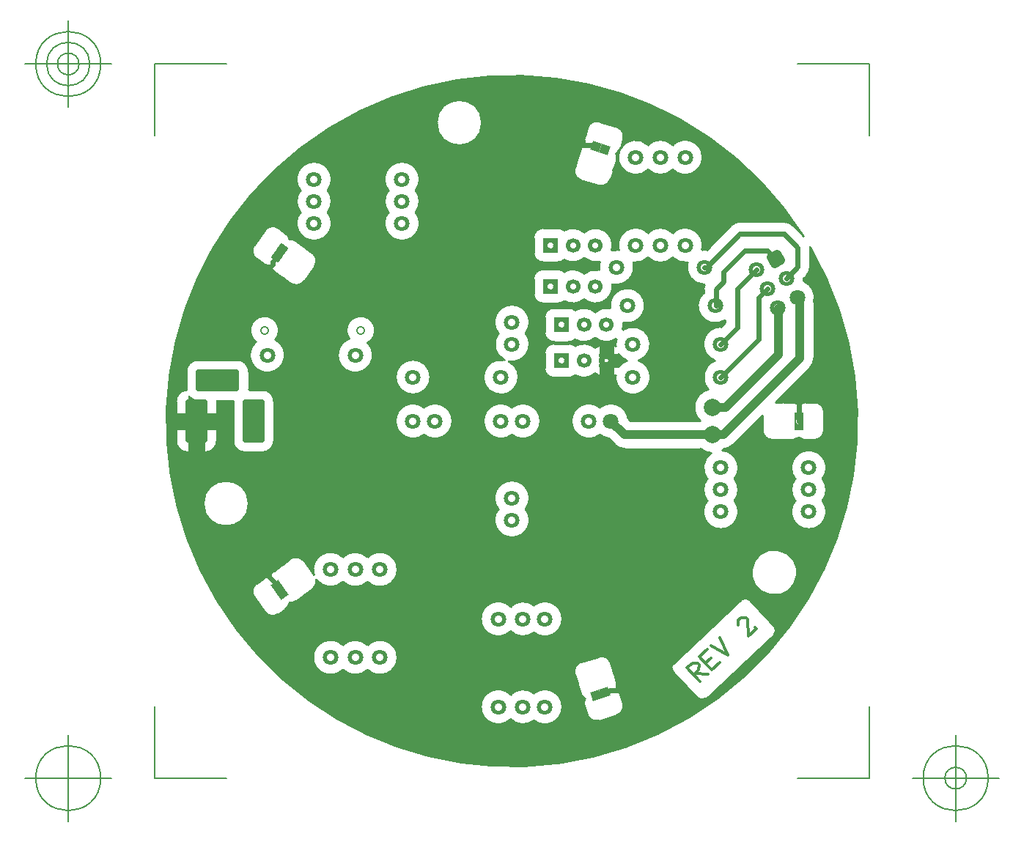
<source format=gbr>
G04 Generated by Ultiboard 14.0 *
%FSLAX46Y46*%
%MOMM*%

%ADD10C,0.000001*%
%ADD11C,0.254000*%
%ADD12C,0.600000*%
%ADD13C,1.000000*%
%ADD14C,0.333333*%
%ADD15C,0.127000*%
%ADD16C,1.800000X0.900000*%
%ADD17P,1.484924X4X62*%
%ADD18P,1.484924X4X80*%
%ADD19R,1.050000X2.100000X0.700000*%
%ADD20P,1.484924X4X27*%
%ADD21P,1.138557X4X74X0.900000*%
%ADD22C,0.994918*%
%ADD23R,1.700000X1.700000X0.700000*%
%ADD24C,1.700000X0.700000*%
%ADD25C,1.055600X0.700000*%
%ADD26C,1.799998X0.900000*%
%ADD27R,2.000000X4.500000*%
%ADD28C,0.500000*%
%ADD29R,4.500000X2.000000*%
%ADD30P,1.484924X4X9*%
%ADD31C,2.000000X0.800000*%


G04 ColorRGB 00FF00 for the following layer *
%LNCopper Top*%
%LPD*%
G54D10*
G36*
X26324758Y23036404D02*
X26324758Y23036404D01*
X31419447Y23036404D01*
G75*
D01*
G02X31556958Y23029848I549J-1433904*
G01*
G74*
D01*
G02X32434929Y22615415I136959J1427347*
G01*
X32434929Y22615415D01*
X33623995Y21426349D01*
G75*
D01*
G03X34452445Y20067150I-33623993J-21426350*
G01*
G74*
D01*
G02X34453904Y20002500I1432444J64668*
G01*
X34453904Y20002500D01*
X34453904Y17819549D01*
G75*
D01*
G02X34032915Y16804619I-1433904J0*
G01*
X34032915Y16804619D01*
X33738418Y16510122D01*
G74*
D01*
G02X33708868Y16166114I2026999J844*
G01*
G75*
D01*
G02X34895212Y13744486I-766027J-1876679*
G01*
X34895212Y13744486D01*
X34895212Y7274340D01*
G75*
D01*
G02X34415293Y6117236I-1634872J0*
G01*
X34415293Y6117236D01*
X34168617Y5870560D01*
X34168616Y5870559D01*
X30480510Y2182453D01*
X31120000Y2182453D01*
G74*
D01*
G02X31230000Y2177097I10J1132453*
G01*
G75*
D01*
G02X31340000Y2182453I110010J-1127096*
G01*
X31340000Y2182453D01*
X32390000Y2182453D01*
G74*
D01*
G02X32500000Y2177097I10J1132453*
G01*
G74*
D01*
G02X32547252Y2180713I110016J1127095*
G01*
X32547252Y2180713D01*
X32547252Y2171481D01*
G74*
D01*
G02X33135000Y1902892I157250J1121481*
G01*
G74*
D01*
G02X33722748Y2171481I744998J852892*
G01*
X33722748Y2171481D01*
X33722748Y2180713D01*
G74*
D01*
G02X33770000Y2177097I62764J1130711*
G01*
G75*
D01*
G02X33880000Y2182453I110010J-1127096*
G01*
X33880000Y2182453D01*
X34930000Y2182453D01*
G75*
D01*
G02X36062453Y1049999I0J-1132453*
G01*
X36062453Y1049999D01*
X36062453Y-1050000D01*
G75*
D01*
G02X34930000Y-2182453I-1132453J0*
G01*
X34930000Y-2182453D01*
X33880000Y-2182453D01*
G75*
D01*
G02X33770000Y-2177097I10J1132453*
G01*
G74*
D01*
G02X33722748Y-2180713I110016J1127095*
G01*
X33722748Y-2180713D01*
X33722748Y-2171481D01*
G74*
D01*
G02X33135000Y-1902892I157250J1121481*
G01*
G74*
D01*
G02X32547252Y-2171481I744998J852892*
G01*
X32547252Y-2171481D01*
X32547252Y-2180713D01*
G74*
D01*
G02X32500000Y-2177097I62764J1130711*
G01*
G74*
D01*
G02X32390000Y-2182453I110010J1127096*
G01*
X32390000Y-2182453D01*
X31340000Y-2182453D01*
G75*
D01*
G02X31230000Y-2177097I10J1132453*
G01*
G74*
D01*
G02X31120000Y-2182453I110010J1127096*
G01*
X31120000Y-2182453D01*
X30070000Y-2182453D01*
G75*
D01*
G02X28937547Y-1049999I0J1132453*
G01*
X28937547Y-1049999D01*
X28937547Y639489D01*
X25555603Y-2742453D01*
G74*
D01*
G02X24970190Y-3119158I1157104J1154952*
G01*
G74*
D01*
G02X24546116Y-3215694I571691J1531658*
G01*
G74*
D01*
G02X24322977Y-3379708I1368618J1628192*
G01*
G75*
D01*
G02X25709818Y-6667500I-192975J-2017791*
G01*
G75*
D01*
G02X25709818Y-9207500I-1579817J-1270000*
G01*
G75*
D01*
G02X22550181Y-9207500I-1579818J-1269998*
G01*
G75*
D01*
G02X22550181Y-6667500I1579818J1270000*
G01*
G75*
D01*
G02X23010176Y-3707908I1579818J1270000*
G01*
G74*
D01*
G02X21816866Y-3222372I167322J2120408*
G01*
X21816866Y-3222372D01*
X13017500Y-3222372D01*
G75*
D01*
G02X13000190Y-3222280I34J1634872*
G01*
G74*
D01*
G02X11861469Y-2743529I17308J1634780*
G01*
X11861469Y-2743529D01*
X11121295Y-2003354D01*
G74*
D01*
G02X10160000Y-1579819I308704J2003354*
G01*
G75*
D01*
G02X10160000Y1579819I-1269999J1579819*
G01*
G75*
D01*
G02X13433355Y308701I1270000J-1579818*
G01*
X13433355Y308701D01*
X13694685Y47372D01*
X21710484Y47372D01*
G75*
D01*
G02X22686428Y3657035I1467016J1540128*
G01*
G75*
D01*
G02X23437396Y6985000I1443573J1422964*
G01*
G75*
D01*
G02X24129151Y10916998I692606J1904999*
G01*
X24129151Y10916998D01*
X24613596Y11401443D01*
X24613596Y11644595D01*
G75*
D01*
G02X22111896Y14816805I-1118594J1690406*
G01*
X22111896Y14816805D01*
X22111896Y15212326D01*
G75*
D01*
G02X22216818Y15753017I1433901J2275*
G01*
G75*
D01*
G02X20268666Y18310552I8181J2026982*
G01*
G75*
D01*
G02X18573750Y18882154I-266167J2009448*
G01*
G75*
D01*
G02X15716250Y18882154I-1428750J1437845*
G01*
G75*
D01*
G02X14021334Y18310552I-1428749J1437846*
G01*
G75*
D01*
G02X11606375Y15805565I-1956333J-530554*
G01*
G75*
D01*
G02X8345000Y14068027I-1961374J-248068*
G01*
G75*
D01*
G02X6040268Y13854842I-1300000J1489473*
G01*
G74*
D01*
G02X5295000Y13575047I745268J852658*
G01*
X5295000Y13575047D01*
X3595000Y13575047D01*
G75*
D01*
G02X2462547Y14707500I0J1132453*
G01*
X2462547Y14707500D01*
X2462547Y16407500D01*
G75*
D01*
G02X3595000Y17539953I1132453J0*
G01*
X3595000Y17539953D01*
X5295000Y17539953D01*
G74*
D01*
G02X6040268Y17260157I1J1132453*
G01*
G75*
D01*
G02X8345000Y17046972I1004732J-1702656*
G01*
G75*
D01*
G02X10058748Y17490720I1300000J-1489471*
G01*
G75*
D01*
G02X10136809Y18405149I2006252J289281*
G01*
G75*
D01*
G02X8345000Y18830527I-491809J1914851*
G01*
G75*
D01*
G02X6040268Y18617342I-1300000J1489473*
G01*
G74*
D01*
G02X5295000Y18337547I745268J852658*
G01*
X5295000Y18337547D01*
X3595000Y18337547D01*
G75*
D01*
G02X2462547Y19470000I0J1132453*
G01*
X2462547Y19470000D01*
X2462547Y21170000D01*
G75*
D01*
G02X3595000Y22302453I1132453J0*
G01*
X3595000Y22302453D01*
X5295000Y22302453D01*
G74*
D01*
G02X6040268Y22022657I1J1132453*
G01*
G75*
D01*
G02X8345000Y21809472I1004732J-1702656*
G01*
G75*
D01*
G02X11533826Y19736165I1300001J-1489471*
G01*
G75*
D01*
G02X12331166Y19789448I531173J-1956165*
G01*
G75*
D01*
G02X15716250Y21757845I1956333J530553*
G01*
G75*
D01*
G02X18573750Y21757845I1428750J-1437844*
G01*
G75*
D01*
G02X21958833Y19789447I1428752J-1437842*
G01*
G75*
D01*
G02X22484703Y19790293I266168J-2009447*
G01*
X22484703Y19790293D01*
X25310833Y22616422D01*
G74*
D01*
G02X25885488Y22967462I1013923J1013922*
G01*
G75*
D01*
G02X26324758Y23036404I439271J-1364961*
G01*
D02*
G37*
%LPC*%
G36*
X-18810378Y9517507D02*
G75*
D01*
G03X-16648065Y9036993I712879J-1897506*
G01*
G75*
D01*
G03X-18810378Y9517507I-814434J1440507*
G01*
D02*
G37*
G36*
X-9563522Y5870560D02*
G75*
D01*
G03X-9563522Y5870560I-1866478J-790560*
G01*
D02*
G37*
G36*
X-897356Y7072452D02*
G75*
D01*
G03X-372643Y6897547I-372645J-1992451*
G01*
G75*
D01*
G03X1579819Y10160000I372643J1992452*
G01*
G75*
D01*
G03X-1579819Y10160000I-1579819J1269999*
G01*
G75*
D01*
G03X-897356Y7072452I1579818J-1270000*
G01*
D02*
G37*
G36*
X6565000Y8967453D02*
X6565000Y8967453D01*
X4865000Y8967453D01*
G75*
D01*
G03X3732547Y7835000I0J-1132453*
G01*
X3732547Y7835000D01*
X3732547Y6135000D01*
G75*
D01*
G03X4865000Y5002547I1132453J0*
G01*
X4865000Y5002547D01*
X6565000Y5002547D01*
G74*
D01*
G03X7310268Y5282342I0J1132453*
G01*
G75*
D01*
G03X9615000Y5495527I1004732J1702658*
G01*
G74*
D01*
G03X10213938Y5136475I1300001J1489471*
G01*
X10213938Y5136475D01*
X10213938Y6283938D01*
X10163524Y6283938D01*
G75*
D01*
G03X10163524Y7686062I-1848523J701062*
G01*
X10163524Y7686062D01*
X10213938Y7686062D01*
X10213938Y8833524D01*
G74*
D01*
G03X9615000Y8474472I701063J1848523*
G01*
G75*
D01*
G03X7310268Y8687657I-1300000J-1489471*
G01*
G74*
D01*
G03X6565000Y8967453I745269J852656*
G01*
D02*
G37*
G36*
X6565000Y13094953D02*
X6565000Y13094953D01*
X4865000Y13094953D01*
G75*
D01*
G03X3732547Y11962500I0J-1132453*
G01*
X3732547Y11962500D01*
X3732547Y10262500D01*
G75*
D01*
G03X4865000Y9130047I1132453J0*
G01*
X4865000Y9130047D01*
X6565000Y9130047D01*
G74*
D01*
G03X7310268Y9409842I0J1132453*
G01*
G75*
D01*
G03X9615000Y9623027I1004732J1702658*
G01*
G75*
D01*
G03X12030937Y9480565I1299999J1489473*
G01*
G75*
D01*
G03X11955404Y8666097I1939063J-590563*
G01*
G74*
D01*
G03X11616062Y8833524I1040405J1681096*
G01*
X11616062Y8833524D01*
X11616062Y7686062D01*
X12339275Y7686062D01*
G74*
D01*
G03X13277393Y6985000I1630724J1203938*
G01*
G74*
D01*
G03X12339275Y6283938I692606J1905000*
G01*
X12339275Y6283938D01*
X11616062Y6283938D01*
X11616062Y5136475D01*
G74*
D01*
G03X11955404Y5303902I701064J1848523*
G01*
G75*
D01*
G03X14662606Y6985000I2014596J-223902*
G01*
G75*
D01*
G03X12811209Y10553109I-692611J1904997*
G01*
G75*
D01*
G03X12876375Y11360565I-1896208J559392*
G01*
G75*
D01*
G03X11328748Y13045720I458625J1974435*
G01*
G75*
D01*
G03X9615000Y12601972I-413748J-1933219*
G01*
G75*
D01*
G03X7310268Y12815157I-1300000J-1489471*
G01*
G74*
D01*
G03X6565000Y13094953I745269J852656*
G01*
D02*
G37*
G36*
X-11120181Y26670000D02*
G75*
D01*
G03X-14279818Y26670000I-1579819J1269999*
G01*
G75*
D01*
G03X-14279818Y24130000I1579817J-1270000*
G01*
G75*
D01*
G03X-11120181Y24130000I1579818J-1269998*
G01*
G75*
D01*
G03X-11120181Y26670000I-1579818J1270000*
G01*
D02*
G37*
G36*
X11760229Y29131697D02*
X11760229Y29131697D01*
X12000300Y29870559D01*
X12000300Y29870560D01*
X12084697Y30130306D01*
G75*
D01*
G03X12049036Y30925232I-1077027J349947*
G01*
G74*
D01*
G03X12444098Y31322970I580932J972095*
G01*
G75*
D01*
G03X15716250Y29042153I1843401J-842971*
G01*
G75*
D01*
G03X18573750Y29042153I1428750J1437846*
G01*
G75*
D01*
G03X18573750Y31917846I1428750J1437847*
G01*
G75*
D01*
G03X15716250Y31917846I-1428750J-1437845*
G01*
G75*
D01*
G03X12511290Y31456631I-1428751J-1437844*
G01*
G74*
D01*
G03X12545131Y31547381I1043187J440693*
G01*
X12545131Y31547381D01*
X12869599Y32545990D01*
G75*
D01*
G03X12142518Y33972964I-1077027J349947*
G01*
X12142518Y33972964D01*
X10145299Y34621899D01*
G75*
D01*
G03X8718326Y33894818I-349947J-1077026*
G01*
X8718326Y33894818D01*
X8393858Y32896209D01*
G75*
D01*
G03X8429519Y32101283I1077027J-349947*
G01*
G74*
D01*
G03X7933424Y31479134I580932J972094*
G01*
X7933424Y31479134D01*
X7608956Y30480525D01*
G74*
D01*
G03X7580057Y30374254I1077027J349948*
G01*
G74*
D01*
G03X7540973Y30271292I1037946J452900*
G01*
X7540973Y30271292D01*
X7410767Y29870560D01*
X7410767Y29870559D01*
X7216505Y29272683D01*
G75*
D01*
G03X7943586Y27845709I1077027J-349947*
G01*
X7943586Y27845709D01*
X9940805Y27196774D01*
G75*
D01*
G03X11367778Y27923855I349947J1077026*
G01*
X11367778Y27923855D01*
X11692246Y28922464D01*
G74*
D01*
G03X11721145Y29028735I1077027J349948*
G01*
G74*
D01*
G03X11760229Y29131697I1037946J452900*
G01*
D02*
G37*
G36*
X-21280180Y26670000D02*
G75*
D01*
G03X-24439819Y26670000I-1579820J1270000*
G01*
G75*
D01*
G03X-24439819Y24130000I1579818J-1270000*
G01*
G75*
D01*
G03X-21280180Y24130000I1579819J-1269998*
G01*
G75*
D01*
G03X-21280180Y26670000I-1579819J1270000*
G01*
D02*
G37*
G36*
X22448090Y-32023531D02*
X22448090Y-32023531D01*
X29870559Y-25101967D01*
X29870560Y-25101967D01*
X30268848Y-24730557D01*
G75*
D01*
G03X30305712Y-23674927I-509383J546247*
G01*
X30305712Y-23674927D01*
X29870560Y-23208284D01*
X29870559Y-23208283D01*
X27513926Y-20681103D01*
G75*
D01*
G03X26458296Y-20644240I-546246J-509383*
G01*
X26458296Y-20644240D01*
X18637538Y-27937214D01*
G75*
D01*
G03X18600675Y-28992844I509383J-546246*
G01*
X18600675Y-28992844D01*
X21392460Y-31986668D01*
G75*
D01*
G03X22448090Y-32023531I546246J509383*
G01*
D02*
G37*
G36*
X29870560Y-20089834D02*
G75*
D01*
G03X29870560Y-20089834I440329J2589833*
G01*
D02*
G37*
G36*
X-27925268Y-17936792D02*
G75*
D01*
G03X-28692308Y-18148522I-101402J-1127903*
G01*
X-28692308Y-18148522D01*
X-29541776Y-18765697D01*
G75*
D01*
G03X-29792311Y-20347509I665639J-916174*
G01*
X-29792311Y-20347509D01*
X-28557962Y-22046446D01*
G75*
D01*
G03X-26976149Y-22296981I916174J665639*
G01*
X-26976149Y-22296981D01*
X-26126681Y-21679806D01*
G74*
D01*
G03X-25688285Y-21015737I665639J916174*
G01*
G75*
D01*
G03X-24921245Y-20804007I101402J1127903*
G01*
X-24921245Y-20804007D01*
X-24071777Y-20186832D01*
G74*
D01*
G03X-23985933Y-20117844I665636J916176*
G01*
G74*
D01*
G03X-23893793Y-20057520I573496J976499*
G01*
X-23893793Y-20057520D01*
X-23044325Y-19440345D01*
G75*
D01*
G03X-22592676Y-18339461I-665639J916174*
G01*
G75*
D01*
G03X-19526249Y-18582844I1637677J1194459*
G01*
G75*
D01*
G03X-16668750Y-18582844I1428749J1437844*
G01*
G75*
D01*
G03X-16668749Y-15707154I1428749J1437845*
G01*
G75*
D01*
G03X-19526250Y-15707154I-1428751J-1437845*
G01*
G75*
D01*
G03X-22901635Y-17710097I-1428749J-1437846*
G01*
X-22901635Y-17710097D01*
X-24028139Y-16159596D01*
G75*
D01*
G03X-25609952Y-15909061I-916174J-665639*
G01*
X-25609952Y-15909061D01*
X-26459420Y-16526236D01*
G74*
D01*
G03X-26545264Y-16595224I665636J916176*
G01*
G74*
D01*
G03X-26637404Y-16655548I573496J976499*
G01*
X-26637404Y-16655548D01*
X-27486872Y-17272723D01*
G74*
D01*
G03X-27925268Y-17936792I665639J916174*
G01*
D02*
G37*
G36*
X-16668750Y-25867153D02*
G75*
D01*
G03X-19526250Y-25867153I-1428750J-1437846*
G01*
G75*
D01*
G03X-19526250Y-28742846I-1428750J-1437847*
G01*
G75*
D01*
G03X-16668750Y-28742846I1428750J1437845*
G01*
G75*
D01*
G03X-16668750Y-25867153I1428749J1437846*
G01*
D02*
G37*
G36*
X-29575865Y9159687D02*
G75*
D01*
G03X-27309269Y9411531I1318366J-1539686*
G01*
G75*
D01*
G03X-29575865Y9159687I-1265730J1065969*
G01*
D02*
G37*
G36*
X-30361338Y5700000D02*
G74*
D01*
G03X-31745000Y7083662I1383662J0*
G01*
X-31745000Y7083662D01*
X-36245000Y7083662D01*
G75*
D01*
G03X-37628662Y5700000I0J-1383662*
G01*
X-37628662Y5700000D01*
X-37628662Y3700000D01*
G75*
D01*
G03X-37626445Y3621713I1383662J9*
G01*
G74*
D01*
G03X-38828662Y2250000I181444J1371713*
G01*
X-38828662Y2250000D01*
X-38828662Y845270D01*
X-37290270Y845270D01*
X-37290270Y2793395D01*
G75*
D01*
G03X-36245000Y2316338I1045269J906605*
G01*
X-36245000Y2316338D01*
X-35599730Y2316338D01*
X-35599730Y845270D01*
X-34061338Y845270D01*
X-34061338Y2249999D01*
G75*
D01*
G03X-34062929Y2316338I-1383662J4*
G01*
X-34062929Y2316338D01*
X-32227070Y2316338D01*
G74*
D01*
G03X-32228662Y2250000I1382069J66355*
G01*
X-32228662Y2250000D01*
X-32228662Y-2249999D01*
G75*
D01*
G03X-30845000Y-3633662I1383662J-1*
G01*
X-30845000Y-3633662D01*
X-28845000Y-3633662D01*
G75*
D01*
G03X-27461338Y-2250000I0J1383662*
G01*
X-27461338Y-2250000D01*
X-27461338Y2249999D01*
G75*
D01*
G03X-28845000Y3633662I-1383662J1*
G01*
X-28845000Y3633662D01*
X-30362929Y3633662D01*
G75*
D01*
G03X-30361338Y3700000I-1382071J66335*
G01*
X-30361338Y3700000D01*
X-30361338Y5700000D01*
D02*
G37*
G36*
X10565000Y6985000D02*
G75*
D01*
G03X10565000Y6985000I350000J0*
G01*
D02*
G37*
G36*
X-8704686Y34468272D02*
G75*
D01*
G03X-8704686Y34468272I2627000J0*
G01*
D02*
G37*
G36*
X32710180Y-6667500D02*
G75*
D01*
G03X32710180Y-9207500I1579819J-1270000*
G01*
G75*
D01*
G03X35869819Y-9207500I1579820J-1270000*
G01*
G75*
D01*
G03X35869819Y-6667500I-1579818J1270000*
G01*
G75*
D01*
G03X32710180Y-6667500I-1579819J1269998*
G01*
D02*
G37*
G36*
X-25688286Y21015737D02*
G74*
D01*
G03X-26126682Y21679806I1104035J252105*
G01*
X-26126682Y21679806D01*
X-26976150Y22296981D01*
G75*
D01*
G03X-28557963Y22046446I-665639J-916174*
G01*
X-28557963Y22046446D01*
X-29792312Y20347509D01*
G75*
D01*
G03X-29541777Y18765697I916173J-665639*
G01*
X-29541777Y18765697D01*
X-28692309Y18148522D01*
G75*
D01*
G03X-27925269Y17936792I665639J916174*
G01*
G74*
D01*
G03X-27486873Y17272723I1104035J252105*
G01*
X-27486873Y17272723D01*
X-26637405Y16655548D01*
G74*
D01*
G03X-26545265Y16595224I665637J916176*
G01*
G74*
D01*
G03X-26459421Y16526236I751480J847188*
G01*
X-26459421Y16526236D01*
X-25609953Y15909061D01*
G75*
D01*
G03X-24028140Y16159596I665639J916174*
G01*
X-24028140Y16159596D01*
X-22793791Y17858533D01*
G75*
D01*
G03X-23044326Y19440345I-916173J665639*
G01*
X-23044326Y19440345D01*
X-23893794Y20057520D01*
G74*
D01*
G03X-23985934Y20117844I665637J916176*
G01*
G74*
D01*
G03X-24071778Y20186832I751480J847188*
G01*
X-24071778Y20186832D01*
X-24921246Y20804007D01*
G75*
D01*
G03X-25688286Y21015737I-665639J-916174*
G01*
D02*
G37*
G36*
X11753709Y-29058308D02*
G74*
D01*
G03X11726669Y-28951549I1110009J224340*
G01*
X11726669Y-28951549D01*
X11419679Y-27947429D01*
G75*
D01*
G03X10005611Y-27195556I-1082970J-331097*
G01*
X10005611Y-27195556D01*
X7997371Y-27809537D01*
G75*
D01*
G03X7245498Y-29223604I331096J-1082969*
G01*
X7245498Y-29223604D01*
X7552488Y-30227724D01*
G74*
D01*
G03X7589770Y-30331352I1082970J331097*
G01*
G74*
D01*
G03X7616810Y-30438111I1110009J224340*
G01*
X7616810Y-30438111D01*
X7923800Y-31442231D01*
G74*
D01*
G03X8408963Y-32072942I1082970J331098*
G01*
G75*
D01*
G03X8359434Y-32867125I1033440J-463086*
G01*
X8359434Y-32867125D01*
X8666424Y-33871245D01*
G75*
D01*
G03X10080492Y-34623118I1082970J331097*
G01*
X10080492Y-34623118D01*
X12088732Y-34009137D01*
G75*
D01*
G03X12840605Y-32595070I-331096J1082969*
G01*
X12840605Y-32595070D01*
X12533615Y-31590950D01*
G74*
D01*
G03X12048452Y-30960239I1082970J331098*
G01*
G75*
D01*
G03X12097981Y-30166056I-1033440J463086*
G01*
X12097981Y-30166056D01*
X11790991Y-29161936D01*
G74*
D01*
G03X11753709Y-29058308I1082970J331097*
G01*
D02*
G37*
G36*
X-35647000Y-9525000D02*
G75*
D01*
G03X-35647000Y-9525000I2627000J0*
G01*
D02*
G37*
G36*
X-38828662Y-2249999D02*
G75*
D01*
G03X-37445000Y-3633662I1383662J-1*
G01*
X-37445000Y-3633662D01*
X-37290270Y-3633662D01*
X-37290270Y-845270D01*
X-38828662Y-845270D01*
X-38828662Y-2249999D01*
D02*
G37*
G36*
X-35445000Y-3633662D02*
G75*
D01*
G03X-34061338Y-2250000I0J1383662*
G01*
X-34061338Y-2250000D01*
X-34061338Y-845270D01*
X-35599730Y-845270D01*
X-35599730Y-3633662D01*
X-35445000Y-3633662D01*
D02*
G37*
G36*
X-36195000Y1501209D02*
X-36195000Y1501209D01*
X-36695000Y1501209D01*
G75*
D01*
G03X-36946209Y1250000I0J-251209*
G01*
X-36946209Y1250000D01*
X-36946209Y-1250000D01*
G75*
D01*
G03X-36695000Y-1501209I251209J0*
G01*
X-36695000Y-1501209D01*
X-36195000Y-1501209D01*
G75*
D01*
G03X-35943791Y-1250000I0J251209*
G01*
X-35943791Y-1250000D01*
X-35943791Y1250000D01*
G74*
D01*
G03X-36195000Y1501209I251209J0*
G01*
D02*
G37*
G36*
X2540000Y-31440180D02*
G75*
D01*
G03X-158750Y-31582153I-1270000J-1579819*
G01*
G75*
D01*
G03X-158750Y-34457846I-1428750J-1437847*
G01*
G75*
D01*
G03X2540000Y-34599819I1428750J1437845*
G01*
G75*
D01*
G03X2540000Y-31440180I1269998J1579819*
G01*
D02*
G37*
G36*
X2540000Y-21280181D02*
G75*
D01*
G03X-158750Y-21422154I-1270000J-1579818*
G01*
G75*
D01*
G03X-158750Y-24297845I-1428750J-1437846*
G01*
G75*
D01*
G03X2540000Y-24439818I1428750J1437844*
G01*
G75*
D01*
G03X2540000Y-21280181I1269998J1579818*
G01*
D02*
G37*
G36*
X-1579819Y-10160000D02*
G75*
D01*
G03X1579819Y-10160000I1579819J-1269999*
G01*
G75*
D01*
G03X-1579819Y-10160000I-1579819J1269999*
G01*
D02*
G37*
G36*
X-10160000Y1579819D02*
G75*
D01*
G03X-10160000Y-1579819I-1269999J-1579819*
G01*
G75*
D01*
G03X-10160000Y1579819I1269999J1579819*
G01*
D02*
G37*
G36*
X0Y1579819D02*
G75*
D01*
G03X0Y-1579819I-1269999J-1579819*
G01*
G75*
D01*
G03X0Y1579819I1269999J1579819*
G01*
D02*
G37*
%LPD*%
G54D11*
X-18810378Y9517507D02*
G75*
D01*
G03X-16648065Y9036993I712879J-1897506*
G01*
G75*
D01*
G03X-18810378Y9517507I-814434J1440507*
G01*
X-9563522Y5870560D02*
G75*
D01*
G03X-9563522Y5870560I-1866478J-790560*
G01*
X-897356Y7072452D02*
G75*
D01*
G03X-372643Y6897547I-372645J-1992451*
G01*
G75*
D01*
G03X1579819Y10160000I372643J1992452*
G01*
G75*
D01*
G03X-1579819Y10160000I-1579819J1269999*
G01*
G75*
D01*
G03X-897356Y7072452I1579818J-1270000*
G01*
X6565000Y8967453D02*
X4865000Y8967453D01*
G75*
D01*
G03X3732547Y7835000I0J-1132453*
G01*
X3732547Y6135000D01*
G75*
D01*
G03X4865000Y5002547I1132453J0*
G01*
X6565000Y5002547D01*
G74*
D01*
G03X7310268Y5282342I0J1132453*
G01*
G75*
D01*
G03X9615000Y5495527I1004732J1702658*
G01*
G74*
D01*
G03X10213938Y5136475I1300001J1489471*
G01*
X10213938Y6283938D01*
X10163524Y6283938D01*
G75*
D01*
G03X10163524Y7686062I-1848523J701062*
G01*
X10213938Y7686062D01*
X10213938Y8833524D01*
G74*
D01*
G03X9615000Y8474472I701063J1848523*
G01*
G75*
D01*
G03X7310268Y8687657I-1300000J-1489471*
G01*
G74*
D01*
G03X6565000Y8967453I745269J852656*
G01*
X6565000Y13094953D02*
X4865000Y13094953D01*
G75*
D01*
G03X3732547Y11962500I0J-1132453*
G01*
X3732547Y10262500D01*
G75*
D01*
G03X4865000Y9130047I1132453J0*
G01*
X6565000Y9130047D01*
G74*
D01*
G03X7310268Y9409842I0J1132453*
G01*
G75*
D01*
G03X9615000Y9623027I1004732J1702658*
G01*
G75*
D01*
G03X12030937Y9480565I1299999J1489473*
G01*
G75*
D01*
G03X11955404Y8666097I1939063J-590563*
G01*
G74*
D01*
G03X11616062Y8833524I1040405J1681096*
G01*
X11616062Y7686062D01*
X12339275Y7686062D01*
G74*
D01*
G03X13277393Y6985000I1630724J1203938*
G01*
G74*
D01*
G03X12339275Y6283938I692606J1905000*
G01*
X11616062Y6283938D01*
X11616062Y5136475D01*
G74*
D01*
G03X11955404Y5303902I701064J1848523*
G01*
G75*
D01*
G03X14662606Y6985000I2014596J-223902*
G01*
G75*
D01*
G03X12811209Y10553109I-692611J1904997*
G01*
G75*
D01*
G03X12876375Y11360565I-1896208J559392*
G01*
G75*
D01*
G03X11328748Y13045720I458625J1974435*
G01*
G75*
D01*
G03X9615000Y12601972I-413748J-1933219*
G01*
G75*
D01*
G03X7310268Y12815157I-1300000J-1489471*
G01*
G74*
D01*
G03X6565000Y13094953I745269J852656*
G01*
X-11120181Y26670000D02*
G75*
D01*
G03X-14279818Y26670000I-1579819J1269999*
G01*
G75*
D01*
G03X-14279818Y24130000I1579817J-1270000*
G01*
G75*
D01*
G03X-11120181Y24130000I1579818J-1269998*
G01*
G75*
D01*
G03X-11120181Y26670000I-1579818J1270000*
G01*
X11760229Y29131697D02*
X12000300Y29870559D01*
X12000300Y29870560D01*
X12084697Y30130306D01*
G75*
D01*
G03X12049036Y30925232I-1077027J349947*
G01*
G74*
D01*
G03X12444098Y31322970I580932J972095*
G01*
G75*
D01*
G03X15716250Y29042153I1843401J-842971*
G01*
G75*
D01*
G03X18573750Y29042153I1428750J1437846*
G01*
G75*
D01*
G03X18573750Y31917846I1428750J1437847*
G01*
G75*
D01*
G03X15716250Y31917846I-1428750J-1437845*
G01*
G75*
D01*
G03X12511290Y31456631I-1428751J-1437844*
G01*
G74*
D01*
G03X12545131Y31547381I1043187J440693*
G01*
X12869599Y32545990D01*
G75*
D01*
G03X12142518Y33972964I-1077027J349947*
G01*
X10145299Y34621899D01*
G75*
D01*
G03X8718326Y33894818I-349947J-1077026*
G01*
X8393858Y32896209D01*
G75*
D01*
G03X8429519Y32101283I1077027J-349947*
G01*
G74*
D01*
G03X7933424Y31479134I580932J972094*
G01*
X7608956Y30480525D01*
G74*
D01*
G03X7580057Y30374254I1077027J349948*
G01*
G74*
D01*
G03X7540973Y30271292I1037946J452900*
G01*
X7410767Y29870560D01*
X7410767Y29870559D01*
X7216505Y29272683D01*
G75*
D01*
G03X7943586Y27845709I1077027J-349947*
G01*
X9940805Y27196774D01*
G75*
D01*
G03X11367778Y27923855I349947J1077026*
G01*
X11692246Y28922464D01*
G74*
D01*
G03X11721145Y29028735I1077027J349948*
G01*
G74*
D01*
G03X11760229Y29131697I1037946J452900*
G01*
X-21280180Y26670000D02*
G75*
D01*
G03X-24439819Y26670000I-1579820J1270000*
G01*
G75*
D01*
G03X-24439819Y24130000I1579818J-1270000*
G01*
G75*
D01*
G03X-21280180Y24130000I1579819J-1269998*
G01*
G75*
D01*
G03X-21280180Y26670000I-1579819J1270000*
G01*
X22448090Y-32023531D02*
X29870559Y-25101967D01*
X29870560Y-25101967D01*
X30268848Y-24730557D01*
G75*
D01*
G03X30305712Y-23674927I-509383J546247*
G01*
X29870560Y-23208284D01*
X29870559Y-23208283D01*
X27513926Y-20681103D01*
G75*
D01*
G03X26458296Y-20644240I-546246J-509383*
G01*
X18637538Y-27937214D01*
G75*
D01*
G03X18600675Y-28992844I509383J-546246*
G01*
X21392460Y-31986668D01*
G75*
D01*
G03X22448090Y-32023531I546246J509383*
G01*
X29870560Y-20089834D02*
G75*
D01*
G03X29870560Y-20089834I440329J2589833*
G01*
X-27925268Y-17936792D02*
G75*
D01*
G03X-28692308Y-18148522I-101402J-1127903*
G01*
X-29541776Y-18765697D01*
G75*
D01*
G03X-29792311Y-20347509I665639J-916174*
G01*
X-28557962Y-22046446D01*
G75*
D01*
G03X-26976149Y-22296981I916174J665639*
G01*
X-26126681Y-21679806D01*
G74*
D01*
G03X-25688285Y-21015737I665639J916174*
G01*
G75*
D01*
G03X-24921245Y-20804007I101402J1127903*
G01*
X-24071777Y-20186832D01*
G74*
D01*
G03X-23985933Y-20117844I665636J916176*
G01*
G74*
D01*
G03X-23893793Y-20057520I573496J976499*
G01*
X-23044325Y-19440345D01*
G75*
D01*
G03X-22592676Y-18339461I-665639J916174*
G01*
G75*
D01*
G03X-19526249Y-18582844I1637677J1194459*
G01*
G75*
D01*
G03X-16668750Y-18582844I1428749J1437844*
G01*
G75*
D01*
G03X-16668749Y-15707154I1428749J1437845*
G01*
G75*
D01*
G03X-19526250Y-15707154I-1428751J-1437845*
G01*
G75*
D01*
G03X-22901635Y-17710097I-1428749J-1437846*
G01*
X-24028139Y-16159596D01*
G75*
D01*
G03X-25609952Y-15909061I-916174J-665639*
G01*
X-26459420Y-16526236D01*
G74*
D01*
G03X-26545264Y-16595224I665636J916176*
G01*
G74*
D01*
G03X-26637404Y-16655548I573496J976499*
G01*
X-27486872Y-17272723D01*
G74*
D01*
G03X-27925268Y-17936792I665639J916174*
G01*
X-16668750Y-25867153D02*
G75*
D01*
G03X-19526250Y-25867153I-1428750J-1437846*
G01*
G75*
D01*
G03X-19526250Y-28742846I-1428750J-1437847*
G01*
G75*
D01*
G03X-16668750Y-28742846I1428750J1437845*
G01*
G75*
D01*
G03X-16668750Y-25867153I1428749J1437846*
G01*
X-29575865Y9159687D02*
G75*
D01*
G03X-27309269Y9411531I1318366J-1539686*
G01*
G75*
D01*
G03X-29575865Y9159687I-1265730J1065969*
G01*
X-30361338Y5700000D02*
G74*
D01*
G03X-31745000Y7083662I1383662J0*
G01*
X-36245000Y7083662D01*
G75*
D01*
G03X-37628662Y5700000I0J-1383662*
G01*
X-37628662Y3700000D01*
G75*
D01*
G03X-37626445Y3621713I1383662J9*
G01*
G74*
D01*
G03X-38828662Y2250000I181444J1371713*
G01*
X-38828662Y845270D01*
X-37290270Y845270D01*
X-37290270Y2793395D01*
G75*
D01*
G03X-36245000Y2316338I1045269J906605*
G01*
X-35599730Y2316338D01*
X-35599730Y845270D01*
X-34061338Y845270D01*
X-34061338Y2249999D01*
G75*
D01*
G03X-34062929Y2316338I-1383662J4*
G01*
X-32227070Y2316338D01*
G74*
D01*
G03X-32228662Y2250000I1382069J66355*
G01*
X-32228662Y-2249999D01*
G75*
D01*
G03X-30845000Y-3633662I1383662J-1*
G01*
X-28845000Y-3633662D01*
G75*
D01*
G03X-27461338Y-2250000I0J1383662*
G01*
X-27461338Y2249999D01*
G75*
D01*
G03X-28845000Y3633662I-1383662J1*
G01*
X-30362929Y3633662D01*
G75*
D01*
G03X-30361338Y3700000I-1382071J66335*
G01*
X-30361338Y5700000D01*
X10565000Y6985000D02*
G75*
D01*
G03X10565000Y6985000I350000J0*
G01*
X-8704686Y34468272D02*
G75*
D01*
G03X-8704686Y34468272I2627000J0*
G01*
X32710180Y-6667500D02*
G75*
D01*
G03X32710180Y-9207500I1579819J-1270000*
G01*
G75*
D01*
G03X35869819Y-9207500I1579820J-1270000*
G01*
G75*
D01*
G03X35869819Y-6667500I-1579818J1270000*
G01*
G75*
D01*
G03X32710180Y-6667500I-1579819J1269998*
G01*
X-25688286Y21015737D02*
G74*
D01*
G03X-26126682Y21679806I1104035J252105*
G01*
X-26976150Y22296981D01*
G75*
D01*
G03X-28557963Y22046446I-665639J-916174*
G01*
X-29792312Y20347509D01*
G75*
D01*
G03X-29541777Y18765697I916173J-665639*
G01*
X-28692309Y18148522D01*
G75*
D01*
G03X-27925269Y17936792I665639J916174*
G01*
G74*
D01*
G03X-27486873Y17272723I1104035J252105*
G01*
X-26637405Y16655548D01*
G74*
D01*
G03X-26545265Y16595224I665637J916176*
G01*
G74*
D01*
G03X-26459421Y16526236I751480J847188*
G01*
X-25609953Y15909061D01*
G75*
D01*
G03X-24028140Y16159596I665639J916174*
G01*
X-22793791Y17858533D01*
G75*
D01*
G03X-23044326Y19440345I-916173J665639*
G01*
X-23893794Y20057520D01*
G74*
D01*
G03X-23985934Y20117844I665637J916176*
G01*
G74*
D01*
G03X-24071778Y20186832I751480J847188*
G01*
X-24921246Y20804007D01*
G75*
D01*
G03X-25688286Y21015737I-665639J-916174*
G01*
X11753709Y-29058308D02*
G74*
D01*
G03X11726669Y-28951549I1110009J224340*
G01*
X11419679Y-27947429D01*
G75*
D01*
G03X10005611Y-27195556I-1082970J-331097*
G01*
X7997371Y-27809537D01*
G75*
D01*
G03X7245498Y-29223604I331096J-1082969*
G01*
X7552488Y-30227724D01*
G74*
D01*
G03X7589770Y-30331352I1082970J331097*
G01*
G74*
D01*
G03X7616810Y-30438111I1110009J224340*
G01*
X7923800Y-31442231D01*
G74*
D01*
G03X8408963Y-32072942I1082970J331098*
G01*
G75*
D01*
G03X8359434Y-32867125I1033440J-463086*
G01*
X8666424Y-33871245D01*
G75*
D01*
G03X10080492Y-34623118I1082970J331097*
G01*
X12088732Y-34009137D01*
G75*
D01*
G03X12840605Y-32595070I-331096J1082969*
G01*
X12533615Y-31590950D01*
G74*
D01*
G03X12048452Y-30960239I1082970J331098*
G01*
G75*
D01*
G03X12097981Y-30166056I-1033440J463086*
G01*
X11790991Y-29161936D01*
G74*
D01*
G03X11753709Y-29058308I1082970J331097*
G01*
X-35647000Y-9525000D02*
G75*
D01*
G03X-35647000Y-9525000I2627000J0*
G01*
X-38828662Y-2249999D02*
G75*
D01*
G03X-37445000Y-3633662I1383662J-1*
G01*
X-37290270Y-3633662D01*
X-37290270Y-845270D01*
X-38828662Y-845270D01*
X-38828662Y-2249999D01*
X-35445000Y-3633662D02*
G75*
D01*
G03X-34061338Y-2250000I0J1383662*
G01*
X-34061338Y-845270D01*
X-35599730Y-845270D01*
X-35599730Y-3633662D01*
X-35445000Y-3633662D01*
X-36195000Y1501209D02*
X-36695000Y1501209D01*
G75*
D01*
G03X-36946209Y1250000I0J-251209*
G01*
X-36946209Y-1250000D01*
G75*
D01*
G03X-36695000Y-1501209I251209J0*
G01*
X-36195000Y-1501209D01*
G75*
D01*
G03X-35943791Y-1250000I0J251209*
G01*
X-35943791Y1250000D01*
G74*
D01*
G03X-36195000Y1501209I251209J0*
G01*
X2540000Y-31440180D02*
G75*
D01*
G03X-158750Y-31582153I-1270000J-1579819*
G01*
G75*
D01*
G03X-158750Y-34457846I-1428750J-1437847*
G01*
G75*
D01*
G03X2540000Y-34599819I1428750J1437845*
G01*
G75*
D01*
G03X2540000Y-31440180I1269998J1579819*
G01*
X2540000Y-21280181D02*
G75*
D01*
G03X-158750Y-21422154I-1270000J-1579818*
G01*
G75*
D01*
G03X-158750Y-24297845I-1428750J-1437846*
G01*
G75*
D01*
G03X2540000Y-24439818I1428750J1437844*
G01*
G75*
D01*
G03X2540000Y-21280181I1269998J1579818*
G01*
X-1579819Y-10160000D02*
G75*
D01*
G03X1579819Y-10160000I1579819J-1269999*
G01*
G75*
D01*
G03X-1579819Y-10160000I-1579819J1269999*
G01*
X-10160000Y1579819D02*
G75*
D01*
G03X-10160000Y-1579819I-1269999J-1579819*
G01*
G75*
D01*
G03X-10160000Y1579819I1269999J1579819*
G01*
X0Y1579819D02*
G75*
D01*
G03X0Y-1579819I-1269999J-1579819*
G01*
G75*
D01*
G03X0Y1579819I1269999J1579819*
G01*
X26324758Y23036404D02*
X31419447Y23036404D01*
G75*
D01*
G02X31556958Y23029848I549J-1433904*
G01*
G74*
D01*
G02X32434929Y22615415I136959J1427347*
G01*
X33623995Y21426349D01*
G75*
D01*
G03X34452445Y20067150I-33623993J-21426350*
G01*
G74*
D01*
G02X34453904Y20002500I1432444J64668*
G01*
X34453904Y17819549D01*
G75*
D01*
G02X34032915Y16804619I-1433904J0*
G01*
X33738418Y16510122D01*
G74*
D01*
G02X33708868Y16166114I2026999J844*
G01*
G75*
D01*
G02X34895212Y13744486I-766027J-1876679*
G01*
X34895212Y7274340D01*
G75*
D01*
G02X34415293Y6117236I-1634872J0*
G01*
X34168617Y5870560D01*
X34168616Y5870559D01*
X30480510Y2182453D01*
X31120000Y2182453D01*
G74*
D01*
G02X31230000Y2177097I10J1132453*
G01*
G75*
D01*
G02X31340000Y2182453I110010J-1127096*
G01*
X32390000Y2182453D01*
G74*
D01*
G02X32500000Y2177097I10J1132453*
G01*
G74*
D01*
G02X32547252Y2180713I110016J1127095*
G01*
X32547252Y2171481D01*
G74*
D01*
G02X33135000Y1902892I157250J1121481*
G01*
G74*
D01*
G02X33722748Y2171481I744998J852892*
G01*
X33722748Y2180713D01*
G74*
D01*
G02X33770000Y2177097I62764J1130711*
G01*
G75*
D01*
G02X33880000Y2182453I110010J-1127096*
G01*
X34930000Y2182453D01*
G75*
D01*
G02X36062453Y1049999I0J-1132453*
G01*
X36062453Y-1050000D01*
G75*
D01*
G02X34930000Y-2182453I-1132453J0*
G01*
X33880000Y-2182453D01*
G75*
D01*
G02X33770000Y-2177097I10J1132453*
G01*
G74*
D01*
G02X33722748Y-2180713I110016J1127095*
G01*
X33722748Y-2171481D01*
G74*
D01*
G02X33135000Y-1902892I157250J1121481*
G01*
G74*
D01*
G02X32547252Y-2171481I744998J852892*
G01*
X32547252Y-2180713D01*
G74*
D01*
G02X32500000Y-2177097I62764J1130711*
G01*
G74*
D01*
G02X32390000Y-2182453I110010J1127096*
G01*
X31340000Y-2182453D01*
G75*
D01*
G02X31230000Y-2177097I10J1132453*
G01*
G74*
D01*
G02X31120000Y-2182453I110010J1127096*
G01*
X30070000Y-2182453D01*
G75*
D01*
G02X28937547Y-1049999I0J1132453*
G01*
X28937547Y639489D01*
X25555603Y-2742453D01*
G74*
D01*
G02X24970190Y-3119158I1157104J1154952*
G01*
G74*
D01*
G02X24546116Y-3215694I571691J1531658*
G01*
G74*
D01*
G02X24322977Y-3379708I1368618J1628192*
G01*
G75*
D01*
G02X25709818Y-6667500I-192975J-2017791*
G01*
G75*
D01*
G02X25709818Y-9207500I-1579817J-1270000*
G01*
G75*
D01*
G02X22550181Y-9207500I-1579818J-1269998*
G01*
G75*
D01*
G02X22550181Y-6667500I1579818J1270000*
G01*
G75*
D01*
G02X23010176Y-3707908I1579818J1270000*
G01*
G74*
D01*
G02X21816866Y-3222372I167322J2120408*
G01*
X13017500Y-3222372D01*
G75*
D01*
G02X13000190Y-3222280I34J1634872*
G01*
G74*
D01*
G02X11861469Y-2743529I17308J1634780*
G01*
X11121295Y-2003354D01*
G74*
D01*
G02X10160000Y-1579819I308704J2003354*
G01*
G75*
D01*
G02X10160000Y1579819I-1269999J1579819*
G01*
G75*
D01*
G02X13433355Y308701I1270000J-1579818*
G01*
X13694685Y47372D01*
X21710484Y47372D01*
G75*
D01*
G02X22686428Y3657035I1467016J1540128*
G01*
G75*
D01*
G02X23437396Y6985000I1443573J1422964*
G01*
G75*
D01*
G02X24129151Y10916998I692606J1904999*
G01*
X24613596Y11401443D01*
X24613596Y11644595D01*
G75*
D01*
G02X22111896Y14816805I-1118594J1690406*
G01*
X22111896Y15212326D01*
G75*
D01*
G02X22216818Y15753017I1433901J2275*
G01*
G75*
D01*
G02X20268666Y18310552I8181J2026982*
G01*
G75*
D01*
G02X18573750Y18882154I-266167J2009448*
G01*
G75*
D01*
G02X15716250Y18882154I-1428750J1437845*
G01*
G75*
D01*
G02X14021334Y18310552I-1428749J1437846*
G01*
G75*
D01*
G02X11606375Y15805565I-1956333J-530554*
G01*
G75*
D01*
G02X8345000Y14068027I-1961374J-248068*
G01*
G75*
D01*
G02X6040268Y13854842I-1300000J1489473*
G01*
G74*
D01*
G02X5295000Y13575047I745268J852658*
G01*
X3595000Y13575047D01*
G75*
D01*
G02X2462547Y14707500I0J1132453*
G01*
X2462547Y16407500D01*
G75*
D01*
G02X3595000Y17539953I1132453J0*
G01*
X5295000Y17539953D01*
G74*
D01*
G02X6040268Y17260157I1J1132453*
G01*
G75*
D01*
G02X8345000Y17046972I1004732J-1702656*
G01*
G75*
D01*
G02X10058748Y17490720I1300000J-1489471*
G01*
G75*
D01*
G02X10136809Y18405149I2006252J289281*
G01*
G75*
D01*
G02X8345000Y18830527I-491809J1914851*
G01*
G75*
D01*
G02X6040268Y18617342I-1300000J1489473*
G01*
G74*
D01*
G02X5295000Y18337547I745268J852658*
G01*
X3595000Y18337547D01*
G75*
D01*
G02X2462547Y19470000I0J1132453*
G01*
X2462547Y21170000D01*
G75*
D01*
G02X3595000Y22302453I1132453J0*
G01*
X5295000Y22302453D01*
G74*
D01*
G02X6040268Y22022657I1J1132453*
G01*
G75*
D01*
G02X8345000Y21809472I1004732J-1702656*
G01*
G75*
D01*
G02X11533826Y19736165I1300001J-1489471*
G01*
G75*
D01*
G02X12331166Y19789448I531173J-1956165*
G01*
G75*
D01*
G02X15716250Y21757845I1956333J530553*
G01*
G75*
D01*
G02X18573750Y21757845I1428750J-1437844*
G01*
G75*
D01*
G02X21958833Y19789447I1428752J-1437842*
G01*
G75*
D01*
G02X22484703Y19790293I266168J-2009447*
G01*
X25310833Y22616422D01*
G74*
D01*
G02X25885488Y22967462I1013923J1013922*
G01*
G75*
D01*
G02X26324758Y23036404I439271J-1364961*
G01*
G54D12*
X31711419Y16510968D02*
X33020000Y17819549D01*
X33020000Y20002500D01*
X31420000Y21602500D01*
X26324758Y21602500D01*
X28511500Y14301160D02*
X29489887Y15279548D01*
X28258468Y17501081D02*
X26047500Y15290110D01*
X26324758Y21602500D02*
X22502258Y17780000D01*
X22225000Y17780000D01*
X28511500Y9461500D02*
X28511500Y14301160D01*
X28511500Y9461500D02*
X24130000Y5080000D01*
X26047500Y10807500D02*
X26047500Y15290110D01*
X26047500Y10807500D02*
X24130000Y8890000D01*
X30480000Y18732500D02*
X29511419Y19701081D01*
X26914681Y19701081D01*
X24424999Y17211399D01*
X24424999Y16093799D01*
X23545800Y15214600D01*
X23545800Y13360400D01*
X33135000Y0D02*
X33135000Y3607500D01*
X10228708Y-31516591D02*
X10340739Y-31404560D01*
X10972800Y-31404560D01*
X11300460Y-31076900D01*
X13192760Y-31076900D01*
X-30480000Y15240000D02*
X-27622500Y18097500D01*
X-27622500Y18415000D01*
X-27305000Y18732500D01*
X3302000Y31877000D02*
X9398000Y31877000D01*
X-26806777Y-19230723D02*
X-29845000Y-16192500D01*
X-26806777Y-19476265D02*
X-26806777Y-19230723D01*
G54D13*
X33260340Y13971940D02*
X32942839Y14289435D01*
X13017500Y-1587500D02*
X11430000Y0D01*
X33260340Y7274340D02*
X24398500Y-1587500D01*
X33260340Y7274340D02*
X33260340Y13971940D01*
X24398500Y-1587500D02*
X13017500Y-1587500D01*
X30797500Y7658100D02*
X24726900Y1587500D01*
X30797500Y7658100D02*
X30797500Y12999661D01*
X24726900Y1587500D02*
X23177500Y1587500D01*
G54D14*
X21683289Y-30088861D02*
X20221864Y-28521674D01*
X20845952Y-27939703D01*
X21450282Y-27962154D01*
X21596424Y-28118872D01*
X21576665Y-28723296D01*
X20952577Y-29305268D01*
X21108599Y-29159775D02*
X22619421Y-29215903D01*
X24023620Y-27906467D02*
X23087488Y-28779425D01*
X22356776Y-27995832D01*
X21626063Y-27212238D01*
X22562196Y-26339281D01*
X22356776Y-27995832D02*
X22980864Y-27413860D01*
X23030262Y-25902802D02*
X24959752Y-27033510D01*
X23966395Y-25029845D01*
X26130945Y-23597368D02*
X26150704Y-22992944D01*
X26462748Y-22701959D01*
X27067078Y-22724410D01*
X27213220Y-22881128D01*
X27300085Y-24851117D01*
X28236217Y-23978159D01*
X28090075Y-23821441D01*
G54D15*
X-41254000Y-41254000D02*
X-41254000Y-33003200D01*
X-41254000Y-41254000D02*
X-33003200Y-41254000D01*
X41254000Y-41254000D02*
X33003200Y-41254000D01*
X41254000Y-41254000D02*
X41254000Y-33003200D01*
X41254000Y41254000D02*
X41254000Y33003200D01*
X41254000Y41254000D02*
X33003200Y41254000D01*
X-41254000Y41254000D02*
X-33003200Y41254000D01*
X-41254000Y41254000D02*
X-41254000Y33003200D01*
X-46254000Y-41254000D02*
X-56254000Y-41254000D01*
X-51254000Y-46254000D02*
X-51254000Y-36254000D01*
X-55003999Y-41254000D02*
G75*
D01*
G02X-55003999Y-41254000I3749999J0*
G01*
X46254000Y-41254000D02*
X56254000Y-41254000D01*
X51254000Y-46254000D02*
X51254000Y-36254000D01*
X47504001Y-41254000D02*
G75*
D01*
G02X47504001Y-41254000I3749999J0*
G01*
X50004001Y-41254000D02*
G75*
D01*
G02X50004001Y-41254000I1249999J0*
G01*
X-46254000Y41254000D02*
X-56254000Y41254000D01*
X-51254000Y36254000D02*
X-51254000Y46254000D01*
X-55003999Y41254000D02*
G75*
D01*
G02X-55003999Y41254000I3749999J0*
G01*
X-53753999Y41254000D02*
G75*
D01*
G02X-53753999Y41254000I2499999J0*
G01*
X-52503999Y41254000D02*
G75*
D01*
G02X-52503999Y41254000I1249999J0*
G01*
G54D16*
X1270000Y0D03*
X-1270000Y0D03*
X28258468Y17501081D03*
X31711419Y16510968D03*
X32942839Y14289435D03*
X29489887Y15279548D03*
X30721306Y13058016D03*
X0Y-11430000D03*
X0Y-8890000D03*
X-11430000Y0D03*
X-8890000Y0D03*
X0Y11430000D03*
X0Y8890000D03*
X-1270000Y5080000D03*
X12065000Y17780000D03*
X14287500Y30480000D03*
X17145000Y30480000D03*
X20002500Y30480000D03*
X-1587500Y-33020000D03*
X1270000Y-33020000D03*
X3810000Y-33020000D03*
X34290000Y-10477500D03*
X34290000Y-7937500D03*
X34290000Y-5397500D03*
X8890000Y0D03*
X11430000Y0D03*
X-18097500Y7620000D03*
X-18097500Y-27305000D03*
X-20955000Y-27305000D03*
X-15240000Y-27305000D03*
X-22860000Y22860000D03*
X-22860000Y25400000D03*
X13970000Y5080000D03*
X13970000Y8890000D03*
X13335000Y13335000D03*
X-22860000Y27940000D03*
G54D17*
X10730768Y-31363096D03*
X9726648Y-31670086D03*
G54D18*
X-26498190Y-19900999D03*
X-27115364Y-19051531D03*
G54D19*
X33135000Y0D03*
G54D20*
X9739973Y31675492D03*
X10738583Y31351024D03*
G54D21*
X30480000Y18732500D03*
G54D22*
X29932774Y18889414D02*
X30323086Y18185274D01*
X31027226Y18575586D01*
X30636914Y19279726D01*
X29932774Y18889414D01*D02*
G54D23*
X5715000Y6985000D03*
X4445000Y15557500D03*
X5715000Y11112500D03*
X4445000Y20320000D03*
G54D24*
X8315000Y6985000D03*
X10915000Y6985000D03*
X9645000Y15557500D03*
X7045000Y15557500D03*
X8315000Y11112500D03*
X10915000Y11112500D03*
X7045000Y20320000D03*
X9645000Y20320000D03*
G54D25*
X-28575000Y10477500D03*
X-17462500Y10477500D03*
G54D26*
X-11430000Y5080000D03*
X22225000Y17780000D03*
X14287500Y20320000D03*
X17145000Y20320000D03*
X20002500Y20320000D03*
X-1587500Y-22860000D03*
X1270000Y-22860000D03*
X3810000Y-22860000D03*
X24130000Y-10477500D03*
X24130000Y-7937500D03*
X24130000Y-5397500D03*
X-28257500Y7620000D03*
X-18097500Y-17144999D03*
X-20955000Y-17145000D03*
X-15240000Y-17145000D03*
X-12700000Y22860000D03*
X-12700000Y25400000D03*
X24130000Y5080000D03*
X24130000Y8890000D03*
X23495000Y13335000D03*
X-12700000Y27940000D03*
G54D27*
X-29845000Y0D03*
X-36445000Y0D03*
G54D28*
X-30845000Y-2250000D02*
X-28845000Y-2250000D01*
X-28845000Y2250000D01*
X-30845000Y2250000D01*
X-30845000Y-2250000D01*D02*
X-37445000Y-2250000D02*
X-35445000Y-2250000D01*
X-35445000Y2250000D01*
X-37445000Y2250000D01*
X-37445000Y-2250000D01*D02*
X-36245000Y3700000D02*
X-31745000Y3700000D01*
X-31745000Y5700000D01*
X-36245000Y5700000D01*
X-36245000Y3700000D01*D02*
G54D29*
X-33995000Y4700000D03*
G54D30*
X-27115365Y19051531D03*
X-26498191Y19900999D03*
G54D31*
X23177500Y1587500D03*
X23177500Y-1587500D03*

M02*

</source>
